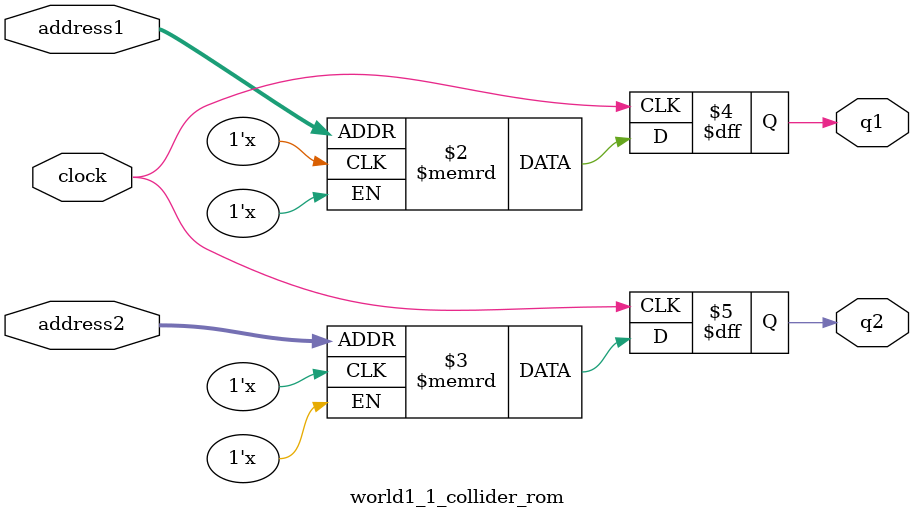
<source format=sv>
module world1_1_collider_rom (
	input logic clock,
	input logic [10:0] address1,address2,
	output logic q1, q2
);

(* ram_init_file = "./world1_1_collider/world1_1_collider.mif" *) logic memory [0:1199];

always_ff @ (posedge clock) begin
	q1 <= memory[address1];
	q2 <= memory[address2];
end

endmodule

</source>
